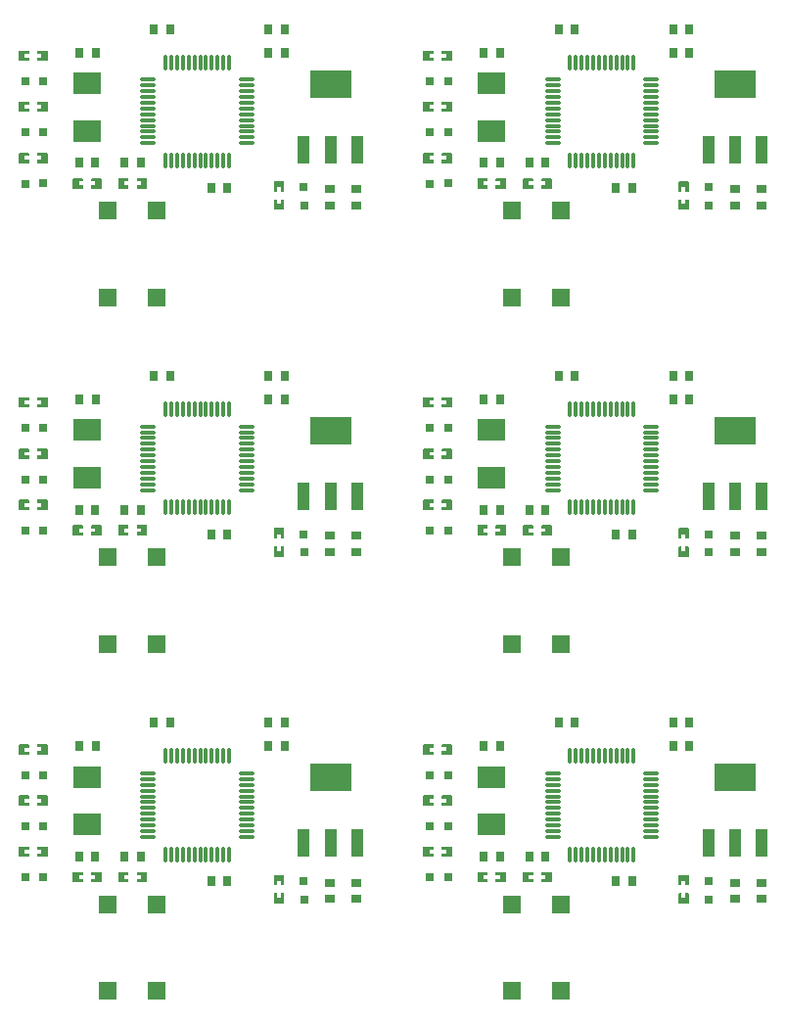
<source format=gtp>
G04 Layer: TopPasteMaskLayer*
G04 EasyEDA Pro v2.1.64.d1969c9c.217bcf, 2025-01-15 01:44:41*
G04 Gerber Generator version 0.3*
G04 Scale: 100 percent, Rotated: No, Reflected: No*
G04 Dimensions in millimeters*
G04 Leading zeros omitted, absolute positions, 3 integers and 5 decimals*
G04 Panelize: V-CUT, Column: 2, Row: 3, Board Size: 35.001mm x 30mm, Panelized Board Size: 69.997mm x 89.992mm, Panelized Method: All Objects*
%FSLAX35Y35*%
%MOMM*%
%ADD10O,1.5X0.27*%
%ADD11O,0.27X1.5*%
%ADD12R,0.8X0.9*%
%ADD13R,2.4X1.9*%
%ADD14R,0.9X0.8*%
%ADD15R,0.98001X2.47*%
%ADD16R,3.59999X2.47*%
%ADD17R,0.9X0.8*%
%ADD18R,0.8X0.8*%
%ADD19R,0.8X0.8*%
%ADD20R,1.5X1.5*%
G75*


%SRX2Y3I34.99746J29.99746*%

G04 PolygonModel Start*
G36*
G01X2423733Y-1870606D02*
G01X2423733Y-1950606D01*
G01X2428734Y-1955607D01*
G01X2451531D01*
G01Y-1918607D01*
G01X2484530D01*
G01Y-1955607D01*
G01X2508734D01*
G01X2513733Y-1950606D01*
G01Y-1870606D01*
G01X2508734Y-1865607D01*
G01X2428734D01*
G01X2423733Y-1870606D01*
G37*
G36*
G01X2513730Y-2109610D02*
G01X2513730Y-2029610D01*
G01X2508729Y-2024609D01*
G01X2485933D01*
G01Y-2061609D01*
G01X2452933D01*
G01Y-2024609D01*
G01X2428729D01*
G01X2423730Y-2029610D01*
G01Y-2109610D01*
G01X2428729Y-2114608D01*
G01X2508729D01*
G01X2513730Y-2109610D01*
G37*
G36*
G01X462415Y-1619720D02*
G01X382415Y-1619720D01*
G01X377414Y-1624721D01*
G01Y-1647518D01*
G01X414414D01*
G01Y-1680518D01*
G01X377414D01*
G01Y-1704721D01*
G01X382415Y-1709720D01*
G01X462415D01*
G01X467414Y-1704721D01*
G01Y-1624721D01*
G01X462415Y-1619720D01*
G37*
G36*
G01X223411Y-1709717D02*
G01X303411Y-1709717D01*
G01X308412Y-1704716D01*
G01Y-1681920D01*
G01X271412D01*
G01Y-1648920D01*
G01X308412D01*
G01Y-1624716D01*
G01X303411Y-1619718D01*
G01X223411D01*
G01X218412Y-1624716D01*
G01Y-1704716D01*
G01X223411Y-1709717D01*
G37*
G36*
G01X462415Y-1177499D02*
G01X382415Y-1177499D01*
G01X377414Y-1182500D01*
G01Y-1205297D01*
G01X414414D01*
G01Y-1238296D01*
G01X377414D01*
G01Y-1262500D01*
G01X382415Y-1267499D01*
G01X462415D01*
G01X467414Y-1262500D01*
G01Y-1182500D01*
G01X462415Y-1177499D01*
G37*
G36*
G01X223411Y-1267496D02*
G01X303411Y-1267496D01*
G01X308412Y-1262495D01*
G01Y-1239699D01*
G01X271412D01*
G01Y-1206699D01*
G01X308412D01*
G01Y-1182495D01*
G01X303411Y-1177497D01*
G01X223411D01*
G01X218412Y-1182495D01*
G01Y-1262495D01*
G01X223411Y-1267496D01*
G37*
G36*
G01X462415Y-735278D02*
G01X382415Y-735278D01*
G01X377414Y-740279D01*
G01Y-763076D01*
G01X414414D01*
G01Y-796075D01*
G01X377414D01*
G01Y-820279D01*
G01X382415Y-825278D01*
G01X462415D01*
G01X467414Y-820279D01*
G01Y-740279D01*
G01X462415Y-735278D01*
G37*
G36*
G01X223411Y-825275D02*
G01X303411Y-825275D01*
G01X308412Y-820274D01*
G01Y-797477D01*
G01X271412D01*
G01Y-764478D01*
G01X308412D01*
G01Y-740274D01*
G01X303411Y-735275D01*
G01X223411D01*
G01X218412Y-740274D01*
G01Y-820274D01*
G01X223411Y-825275D01*
G37*
G36*
G01X690946Y-1929773D02*
G01X770946Y-1929773D01*
G01X775947Y-1924771D01*
G01Y-1901975D01*
G01X738947D01*
G01Y-1868975D01*
G01X775947D01*
G01Y-1844772D01*
G01X770946Y-1839773D01*
G01X690946D01*
G01X685948Y-1844772D01*
G01Y-1924771D01*
G01X690946Y-1929773D01*
G37*
G36*
G01X929950Y-1839775D02*
G01X849950Y-1839775D01*
G01X844949Y-1844777D01*
G01Y-1867573D01*
G01X881949D01*
G01Y-1900573D01*
G01X844949D01*
G01Y-1924776D01*
G01X849950Y-1929775D01*
G01X929950D01*
G01X934949Y-1924776D01*
G01Y-1844777D01*
G01X929950Y-1839775D01*
G37*
G36*
G01X1323650Y-1839775D02*
G01X1243650Y-1839775D01*
G01X1238649Y-1844777D01*
G01Y-1867573D01*
G01X1275649D01*
G01Y-1900573D01*
G01X1238649D01*
G01Y-1924776D01*
G01X1243650Y-1929775D01*
G01X1323650D01*
G01X1328649Y-1924776D01*
G01Y-1844777D01*
G01X1323650Y-1839775D01*
G37*
G36*
G01X1084646Y-1929773D02*
G01X1164646Y-1929773D01*
G01X1169647Y-1924771D01*
G01Y-1901975D01*
G01X1132647D01*
G01Y-1868975D01*
G01X1169647D01*
G01Y-1844772D01*
G01X1164646Y-1839773D01*
G01X1084646D01*
G01X1079648Y-1844772D01*
G01Y-1924771D01*
G01X1084646Y-1929773D01*
G37*
G04 PolygonModel End*

G04 Pad Start*
G54D10*
G01X1337955Y-987468D03*
G01X1337955Y-1037481D03*
G01X1337955Y-1087468D03*
G01X1337955Y-1137481D03*
G01X1337955Y-1187468D03*
G01X1337955Y-1237480D03*
G01X1337955Y-1287468D03*
G01X1337955Y-1337480D03*
G01X1337955Y-1387467D03*
G01X1337955Y-1437480D03*
G01X1337955Y-1487467D03*
G01X1337955Y-1537480D03*
G54D11*
G01X1487942Y-1687467D03*
G01X1537955Y-1687467D03*
G01X1587942Y-1687467D03*
G01X1637955Y-1687467D03*
G01X1687942Y-1687467D03*
G01X1737955Y-1687467D03*
G01X1787942Y-1687467D03*
G01X1837954Y-1687467D03*
G01X1887942Y-1687467D03*
G01X1937954Y-1687467D03*
G01X1987941Y-1687467D03*
G01X2037954Y-1687467D03*
G54D10*
G01X2187941Y-1537480D03*
G01X2187941Y-1487467D03*
G01X2187941Y-1437480D03*
G01X2187941Y-1387467D03*
G01X2187941Y-1337480D03*
G01X2187941Y-1287468D03*
G01X2187941Y-1237480D03*
G01X2187941Y-1187468D03*
G01X2187941Y-1137481D03*
G01X2187941Y-1087468D03*
G01X2187941Y-1037481D03*
G01X2187941Y-987468D03*
G54D11*
G01X2037954Y-837481D03*
G01X1987941Y-837481D03*
G01X1937954Y-837481D03*
G01X1887942Y-837481D03*
G01X1837954Y-837481D03*
G01X1787942Y-837481D03*
G01X1737955Y-837481D03*
G01X1687942Y-837481D03*
G01X1637955Y-837481D03*
G01X1587942Y-837481D03*
G01X1537955Y-837481D03*
G01X1487942Y-837481D03*
G54D12*
G01X2518751Y-754474D03*
G01X2378746Y-754474D03*
G01X2023451Y-1922874D03*
G01X1883446Y-1922874D03*
G01X1528151Y-551274D03*
G01X1388146Y-551274D03*
G01X1274760Y-1706974D03*
G01X1134755Y-1706974D03*
G01X880755Y-1706974D03*
G01X740751Y-1706974D03*
G01X882000Y-755015D03*
G01X741995Y-755015D03*
G54D13*
G01X810448Y-1019371D03*
G01X810448Y-1429377D03*
G54D14*
G01X3141832Y-1932805D03*
G01X3141832Y-2072810D03*
G54D15*
G01X2685057Y-1591085D03*
G01X2915054Y-1591085D03*
G01X3145051Y-1591085D03*
G54D16*
G01X2915054Y-1024106D03*
G54D17*
G01X2913232Y-2072810D03*
G01X2913232Y-1932805D03*
G54D18*
G01X2685660Y-2077547D03*
G01X2684975Y-1917654D03*
G54D19*
G01X273302Y-1886708D03*
G01X433195Y-1886022D03*
G01X273302Y-1444487D03*
G01X433195Y-1443801D03*
G01X273302Y-1002266D03*
G01X433195Y-1001580D03*
G54D20*
G01X988248Y-2119381D03*
G01X988248Y-2869367D03*
G01X1407348Y-2119381D03*
G01X1407348Y-2869367D03*
G54D12*
G01X2518751Y-551274D03*
G01X2378746Y-551274D03*
G04 Pad End*
%SR*%

M02*

</source>
